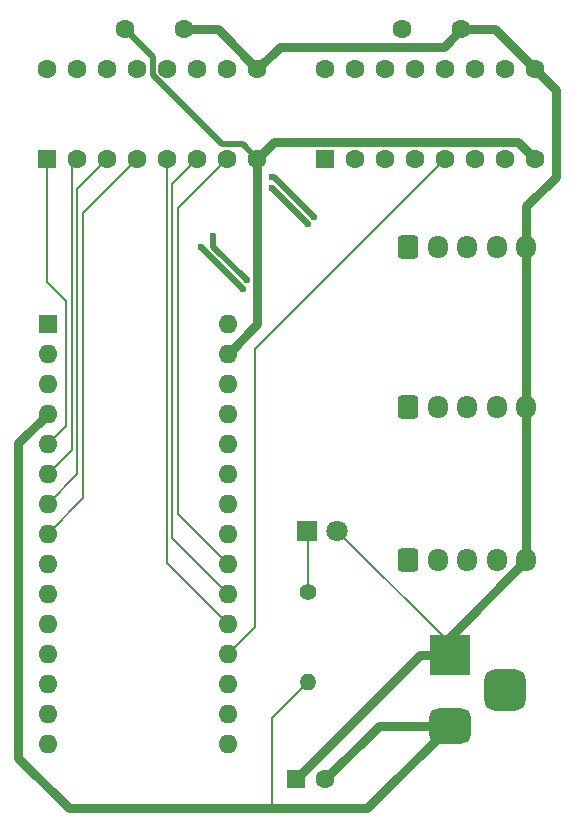
<source format=gbr>
%TF.GenerationSoftware,KiCad,Pcbnew,9.0.0*%
%TF.CreationDate,2025-06-11T13:28:55+03:00*%
%TF.ProjectId,motorControlBoard,6d6f746f-7243-46f6-9e74-726f6c426f61,rev?*%
%TF.SameCoordinates,Original*%
%TF.FileFunction,Copper,L1,Top*%
%TF.FilePolarity,Positive*%
%FSLAX46Y46*%
G04 Gerber Fmt 4.6, Leading zero omitted, Abs format (unit mm)*
G04 Created by KiCad (PCBNEW 9.0.0) date 2025-06-11 13:28:55*
%MOMM*%
%LPD*%
G01*
G04 APERTURE LIST*
G04 Aperture macros list*
%AMRoundRect*
0 Rectangle with rounded corners*
0 $1 Rounding radius*
0 $2 $3 $4 $5 $6 $7 $8 $9 X,Y pos of 4 corners*
0 Add a 4 corners polygon primitive as box body*
4,1,4,$2,$3,$4,$5,$6,$7,$8,$9,$2,$3,0*
0 Add four circle primitives for the rounded corners*
1,1,$1+$1,$2,$3*
1,1,$1+$1,$4,$5*
1,1,$1+$1,$6,$7*
1,1,$1+$1,$8,$9*
0 Add four rect primitives between the rounded corners*
20,1,$1+$1,$2,$3,$4,$5,0*
20,1,$1+$1,$4,$5,$6,$7,0*
20,1,$1+$1,$6,$7,$8,$9,0*
20,1,$1+$1,$8,$9,$2,$3,0*%
G04 Aperture macros list end*
%TA.AperFunction,ComponentPad*%
%ADD10R,1.800000X1.800000*%
%TD*%
%TA.AperFunction,ComponentPad*%
%ADD11C,1.800000*%
%TD*%
%TA.AperFunction,ComponentPad*%
%ADD12O,1.400000X1.400000*%
%TD*%
%TA.AperFunction,ComponentPad*%
%ADD13C,1.400000*%
%TD*%
%TA.AperFunction,ComponentPad*%
%ADD14R,1.600000X1.600000*%
%TD*%
%TA.AperFunction,ComponentPad*%
%ADD15O,1.600000X1.600000*%
%TD*%
%TA.AperFunction,ComponentPad*%
%ADD16RoundRect,0.250000X-0.600000X-0.725000X0.600000X-0.725000X0.600000X0.725000X-0.600000X0.725000X0*%
%TD*%
%TA.AperFunction,ComponentPad*%
%ADD17O,1.700000X1.950000*%
%TD*%
%TA.AperFunction,ComponentPad*%
%ADD18C,1.600000*%
%TD*%
%TA.AperFunction,ComponentPad*%
%ADD19R,3.500000X3.500000*%
%TD*%
%TA.AperFunction,ComponentPad*%
%ADD20RoundRect,0.750000X1.000000X-0.750000X1.000000X0.750000X-1.000000X0.750000X-1.000000X-0.750000X0*%
%TD*%
%TA.AperFunction,ComponentPad*%
%ADD21RoundRect,0.875000X0.875000X-0.875000X0.875000X0.875000X-0.875000X0.875000X-0.875000X-0.875000X0*%
%TD*%
%TA.AperFunction,ComponentPad*%
%ADD22RoundRect,0.250000X0.550000X-0.550000X0.550000X0.550000X-0.550000X0.550000X-0.550000X-0.550000X0*%
%TD*%
%TA.AperFunction,ViaPad*%
%ADD23C,0.600000*%
%TD*%
%TA.AperFunction,Conductor*%
%ADD24C,0.200000*%
%TD*%
%TA.AperFunction,Conductor*%
%ADD25C,0.800000*%
%TD*%
%TA.AperFunction,Conductor*%
%ADD26C,0.500000*%
%TD*%
G04 APERTURE END LIST*
D10*
%TO.P,D1,1,K*%
%TO.N,Net-(D1-K)*%
X133460000Y-66000000D03*
D11*
%TO.P,D1,2,A*%
%TO.N,Net-(A1-VIN)*%
X136000000Y-66000000D03*
%TD*%
D12*
%TO.P,R1,2*%
%TO.N,GND*%
X133500000Y-78810000D03*
D13*
%TO.P,R1,1*%
%TO.N,Net-(D1-K)*%
X133500000Y-71190000D03*
%TD*%
D14*
%TO.P,A1,1,D1/TX*%
%TO.N,unconnected-(A1-D1{slash}TX-Pad1)*%
X111500000Y-48450000D03*
D15*
%TO.P,A1,2,D0/RX*%
%TO.N,unconnected-(A1-D0{slash}RX-Pad2)*%
X111500000Y-50990000D03*
%TO.P,A1,3,~{RESET}*%
%TO.N,unconnected-(A1-~{RESET}-Pad3)*%
X111500000Y-53530000D03*
%TO.P,A1,4,GND*%
%TO.N,GND*%
X111500000Y-56070000D03*
%TO.P,A1,5,D2*%
%TO.N,Net-(A1-D2)*%
X111500000Y-58610000D03*
%TO.P,A1,6,D3*%
%TO.N,Net-(A1-D3)*%
X111500000Y-61150000D03*
%TO.P,A1,7,D4*%
%TO.N,Net-(A1-D4)*%
X111500000Y-63690000D03*
%TO.P,A1,8,D5*%
%TO.N,Net-(A1-D5)*%
X111500000Y-66230000D03*
%TO.P,A1,9,D6*%
%TO.N,unconnected-(A1-D6-Pad9)*%
X111500000Y-68770000D03*
%TO.P,A1,10,D7*%
%TO.N,unconnected-(A1-D7-Pad10)*%
X111500000Y-71310000D03*
%TO.P,A1,11,D8*%
%TO.N,Net-(A1-D8)*%
X111500000Y-73850000D03*
%TO.P,A1,12,D9*%
%TO.N,Net-(A1-D9)*%
X111500000Y-76390000D03*
%TO.P,A1,13,D10*%
%TO.N,Net-(A1-D10)*%
X111500000Y-78930000D03*
%TO.P,A1,14,D11*%
%TO.N,Net-(A1-D11)*%
X111500000Y-81470000D03*
%TO.P,A1,15,D12*%
%TO.N,unconnected-(A1-D12-Pad15)*%
X111500000Y-84010000D03*
%TO.P,A1,16,D13*%
%TO.N,unconnected-(A1-D13-Pad16)*%
X126740000Y-84010000D03*
%TO.P,A1,17,3V3*%
%TO.N,unconnected-(A1-3V3-Pad17)*%
X126740000Y-81470000D03*
%TO.P,A1,18,AREF*%
%TO.N,unconnected-(A1-AREF-Pad18)*%
X126740000Y-78930000D03*
%TO.P,A1,19,A0*%
%TO.N,Net-(A1-A0)*%
X126740000Y-76390000D03*
%TO.P,A1,20,A1*%
%TO.N,Net-(A1-A1)*%
X126740000Y-73850000D03*
%TO.P,A1,21,A2*%
%TO.N,Net-(A1-A2)*%
X126740000Y-71310000D03*
%TO.P,A1,22,A3*%
%TO.N,Net-(A1-A3)*%
X126740000Y-68770000D03*
%TO.P,A1,23,A4*%
%TO.N,unconnected-(A1-A4-Pad23)*%
X126740000Y-66230000D03*
%TO.P,A1,24,A5*%
%TO.N,unconnected-(A1-A5-Pad24)*%
X126740000Y-63690000D03*
%TO.P,A1,25,A6*%
%TO.N,unconnected-(A1-A6-Pad25)*%
X126740000Y-61150000D03*
%TO.P,A1,26,A7*%
%TO.N,unconnected-(A1-A7-Pad26)*%
X126740000Y-58610000D03*
%TO.P,A1,27,+5V*%
%TO.N,unconnected-(A1-+5V-Pad27)*%
X126740000Y-56070000D03*
%TO.P,A1,28,~{RESET}*%
%TO.N,unconnected-(A1-~{RESET}-Pad28)*%
X126740000Y-53530000D03*
%TO.P,A1,29,GND*%
%TO.N,GND*%
X126740000Y-50990000D03*
%TO.P,A1,30,VIN*%
%TO.N,Net-(A1-VIN)*%
X126740000Y-48450000D03*
%TD*%
D16*
%TO.P,J4,1,1*%
%TO.N,Net-(U1-O5)*%
X142000000Y-68500000D03*
D17*
%TO.P,J4,2,2*%
%TO.N,Net-(U1-O6)*%
X144500000Y-68500000D03*
%TO.P,J4,3,3*%
%TO.N,Net-(U1-O7)*%
X147000000Y-68500000D03*
%TO.P,J4,4,4*%
%TO.N,Net-(U2-O5)*%
X149500000Y-68500000D03*
%TO.P,J4,5,5*%
%TO.N,Net-(A1-VIN)*%
X152000000Y-68500000D03*
%TD*%
D16*
%TO.P,J2,1,1*%
%TO.N,Net-(U1-O1)*%
X142000000Y-55475000D03*
D17*
%TO.P,J2,2,2*%
%TO.N,Net-(U1-O2)*%
X144500000Y-55475000D03*
%TO.P,J2,3,3*%
%TO.N,Net-(U1-O3)*%
X147000000Y-55475000D03*
%TO.P,J2,4,4*%
%TO.N,Net-(U1-O4)*%
X149500000Y-55475000D03*
%TO.P,J2,5,5*%
%TO.N,Net-(A1-VIN)*%
X152000000Y-55475000D03*
%TD*%
D18*
%TO.P,C2,1*%
%TO.N,Net-(A1-VIN)*%
X146500000Y-23500000D03*
%TO.P,C2,2*%
%TO.N,GND*%
X141500000Y-23500000D03*
%TD*%
D16*
%TO.P,J3,1,1*%
%TO.N,Net-(U2-O1)*%
X142000000Y-41975000D03*
D17*
%TO.P,J3,2,2*%
%TO.N,Net-(U2-O2)*%
X144500000Y-41975000D03*
%TO.P,J3,3,3*%
%TO.N,Net-(U2-O3)*%
X147000000Y-41975000D03*
%TO.P,J3,4,4*%
%TO.N,Net-(U2-O4)*%
X149500000Y-41975000D03*
%TO.P,J3,5,5*%
%TO.N,Net-(A1-VIN)*%
X152000000Y-41975000D03*
%TD*%
D19*
%TO.P,J1,1*%
%TO.N,Net-(A1-VIN)*%
X145500000Y-76500000D03*
D20*
%TO.P,J1,2*%
%TO.N,GND*%
X145500000Y-82500000D03*
D21*
%TO.P,J1,3*%
%TO.N,N/C*%
X150200000Y-79500000D03*
%TD*%
D22*
%TO.P,U1,1,I1*%
%TO.N,Net-(A1-D2)*%
X111460000Y-34500000D03*
D18*
%TO.P,U1,2,I2*%
%TO.N,Net-(A1-D3)*%
X114000000Y-34500000D03*
%TO.P,U1,3,I3*%
%TO.N,Net-(A1-D4)*%
X116540000Y-34500000D03*
%TO.P,U1,4,I4*%
%TO.N,Net-(A1-D5)*%
X119080000Y-34500000D03*
%TO.P,U1,5,I5*%
%TO.N,Net-(A1-A1)*%
X121620000Y-34500000D03*
%TO.P,U1,6,I6*%
%TO.N,Net-(A1-A2)*%
X124160000Y-34500000D03*
%TO.P,U1,7,I7*%
%TO.N,Net-(A1-A3)*%
X126700000Y-34500000D03*
%TO.P,U1,8,GND*%
%TO.N,GND*%
X129240000Y-34500000D03*
%TO.P,U1,9,COM*%
%TO.N,Net-(A1-VIN)*%
X129240000Y-26880000D03*
%TO.P,U1,10,O7*%
%TO.N,Net-(U1-O7)*%
X126700000Y-26880000D03*
%TO.P,U1,11,O6*%
%TO.N,Net-(U1-O6)*%
X124160000Y-26880000D03*
%TO.P,U1,12,O5*%
%TO.N,Net-(U1-O5)*%
X121620000Y-26880000D03*
%TO.P,U1,13,O4*%
%TO.N,Net-(U1-O4)*%
X119080000Y-26880000D03*
%TO.P,U1,14,O3*%
%TO.N,Net-(U1-O3)*%
X116540000Y-26880000D03*
%TO.P,U1,15,O2*%
%TO.N,Net-(U1-O2)*%
X114000000Y-26880000D03*
%TO.P,U1,16,O1*%
%TO.N,Net-(U1-O1)*%
X111460000Y-26880000D03*
%TD*%
%TO.P,C1,1*%
%TO.N,Net-(A1-VIN)*%
X123000000Y-23500000D03*
%TO.P,C1,2*%
%TO.N,GND*%
X118000000Y-23500000D03*
%TD*%
D22*
%TO.P,U2,1,I1*%
%TO.N,Net-(A1-D8)*%
X134920000Y-34500000D03*
D18*
%TO.P,U2,2,I2*%
%TO.N,Net-(A1-D9)*%
X137460000Y-34500000D03*
%TO.P,U2,3,I3*%
%TO.N,Net-(A1-D10)*%
X140000000Y-34500000D03*
%TO.P,U2,4,I4*%
%TO.N,Net-(A1-D11)*%
X142540000Y-34500000D03*
%TO.P,U2,5,I5*%
%TO.N,Net-(A1-A0)*%
X145080000Y-34500000D03*
%TO.P,U2,6,I6*%
%TO.N,unconnected-(U2-I6-Pad6)*%
X147620000Y-34500000D03*
%TO.P,U2,7,I7*%
%TO.N,unconnected-(U2-I7-Pad7)*%
X150160000Y-34500000D03*
%TO.P,U2,8,GND*%
%TO.N,GND*%
X152700000Y-34500000D03*
%TO.P,U2,9,COM*%
%TO.N,Net-(A1-VIN)*%
X152700000Y-26880000D03*
%TO.P,U2,10,O7*%
%TO.N,unconnected-(U2-O7-Pad10)*%
X150160000Y-26880000D03*
%TO.P,U2,11,O6*%
%TO.N,unconnected-(U2-O6-Pad11)*%
X147620000Y-26880000D03*
%TO.P,U2,12,O5*%
%TO.N,Net-(U2-O5)*%
X145080000Y-26880000D03*
%TO.P,U2,13,O4*%
%TO.N,Net-(U2-O4)*%
X142540000Y-26880000D03*
%TO.P,U2,14,O3*%
%TO.N,Net-(U2-O3)*%
X140000000Y-26880000D03*
%TO.P,U2,15,O2*%
%TO.N,Net-(U2-O2)*%
X137460000Y-26880000D03*
%TO.P,U2,16,O1*%
%TO.N,Net-(U2-O1)*%
X134920000Y-26880000D03*
%TD*%
D14*
%TO.P,C4,1*%
%TO.N,Net-(A1-VIN)*%
X132500000Y-87000000D03*
D18*
%TO.P,C4,2*%
%TO.N,GND*%
X135000000Y-87000000D03*
%TD*%
D23*
%TO.N,Net-(U1-O1)*%
X124500000Y-42000000D03*
X128000000Y-45500000D03*
%TO.N,Net-(U1-O2)*%
X125500000Y-41000000D03*
X128340000Y-44775844D03*
%TO.N,Net-(U1-O3)*%
X130468635Y-36968635D03*
X133500000Y-40000000D03*
%TO.N,Net-(U1-O4)*%
X134065687Y-39434313D03*
X130500000Y-36000000D03*
%TD*%
D24*
%TO.N,Net-(A1-VIN)*%
X145500000Y-75500000D02*
X145500000Y-76500000D01*
X136000000Y-66000000D02*
X145500000Y-75500000D01*
%TO.N,Net-(D1-K)*%
X133500000Y-71190000D02*
X133500000Y-66040000D01*
X133500000Y-66040000D02*
X133460000Y-66000000D01*
D25*
%TO.N,GND*%
X130500000Y-89500000D02*
X113254343Y-89500000D01*
D24*
X130500000Y-81810000D02*
X130500000Y-89500000D01*
X133500000Y-78810000D02*
X130500000Y-81810000D01*
%TO.N,Net-(A1-D3)*%
X111500000Y-61150000D02*
X113500000Y-59150000D01*
X113500000Y-59150000D02*
X113500000Y-35000000D01*
X113500000Y-35000000D02*
X114000000Y-34500000D01*
%TO.N,Net-(A1-D5)*%
X111500000Y-66230000D02*
X114500000Y-63230000D01*
X114500000Y-63230000D02*
X114500000Y-39080000D01*
X114500000Y-39080000D02*
X119080000Y-34500000D01*
%TO.N,Net-(A1-D2)*%
X113000000Y-46500000D02*
X111460000Y-44960000D01*
X111460000Y-44960000D02*
X111460000Y-34500000D01*
X113000000Y-57110000D02*
X113000000Y-46500000D01*
X111500000Y-58610000D02*
X113000000Y-57110000D01*
D25*
%TO.N,Net-(A1-VIN)*%
X131120000Y-25000000D02*
X129240000Y-26880000D01*
X146500000Y-23500000D02*
X149320000Y-23500000D01*
X145000000Y-25000000D02*
X131120000Y-25000000D01*
X145500000Y-75000000D02*
X152000000Y-68500000D01*
X143000000Y-76500000D02*
X132500000Y-87000000D01*
X152000000Y-38500000D02*
X152000000Y-41975000D01*
X145500000Y-76500000D02*
X143000000Y-76500000D01*
X154500000Y-36000000D02*
X154500000Y-28680000D01*
X146500000Y-23500000D02*
X145000000Y-25000000D01*
X152000000Y-68500000D02*
X152000000Y-55475000D01*
X145500000Y-76500000D02*
X145500000Y-75000000D01*
X154500000Y-28680000D02*
X152700000Y-26880000D01*
X149320000Y-23500000D02*
X152700000Y-26880000D01*
X152000000Y-55475000D02*
X152000000Y-41975000D01*
X129240000Y-26880000D02*
X125860000Y-23500000D01*
X125860000Y-23500000D02*
X123000000Y-23500000D01*
X152000000Y-38500000D02*
X154500000Y-36000000D01*
D24*
%TO.N,Net-(A1-D4)*%
X114000000Y-61190000D02*
X114000000Y-37040000D01*
X114000000Y-37040000D02*
X116540000Y-34500000D01*
X111500000Y-63690000D02*
X114000000Y-61190000D01*
D26*
%TO.N,Net-(U1-O1)*%
X124500000Y-42000000D02*
X128000000Y-45500000D01*
%TO.N,Net-(U1-O2)*%
X125500000Y-41000000D02*
X125500000Y-41935844D01*
X125500000Y-41935844D02*
X128340000Y-44775844D01*
%TO.N,Net-(U1-O3)*%
X130468635Y-36968635D02*
X133500000Y-40000000D01*
%TO.N,Net-(U1-O4)*%
X130631374Y-36000000D02*
X134065687Y-39434313D01*
X130500000Y-36000000D02*
X130631374Y-36000000D01*
D24*
%TO.N,Net-(A1-A2)*%
X126740000Y-71310000D02*
X122021000Y-66591000D01*
X122021000Y-66591000D02*
X122021000Y-36639000D01*
X122021000Y-36639000D02*
X124160000Y-34500000D01*
%TO.N,Net-(A1-A1)*%
X126740000Y-73850000D02*
X121620000Y-68730000D01*
X121620000Y-68730000D02*
X121620000Y-34500000D01*
%TO.N,Net-(A1-A3)*%
X122500000Y-38700000D02*
X126700000Y-34500000D01*
X122500000Y-64530000D02*
X122500000Y-38700000D01*
X126740000Y-68770000D02*
X122500000Y-64530000D01*
%TO.N,Net-(A1-A0)*%
X126740000Y-76390000D02*
X129000000Y-74130000D01*
X129000000Y-50580000D02*
X145080000Y-34500000D01*
X129000000Y-74130000D02*
X129000000Y-50580000D01*
D25*
%TO.N,GND*%
X129240000Y-48490000D02*
X129240000Y-34500000D01*
D26*
X126219818Y-33249000D02*
X127989000Y-33249000D01*
X127989000Y-33249000D02*
X129240000Y-34500000D01*
X118000000Y-23500000D02*
X120369000Y-25869000D01*
D25*
X138500000Y-89500000D02*
X130500000Y-89500000D01*
X139500000Y-82500000D02*
X135000000Y-87000000D01*
X129240000Y-34500000D02*
X130641000Y-33099000D01*
X145500000Y-82500000D02*
X139500000Y-82500000D01*
X126740000Y-50990000D02*
X129240000Y-48490000D01*
X151299000Y-33099000D02*
X152700000Y-34500000D01*
X109000000Y-58570000D02*
X111500000Y-56070000D01*
X113254343Y-89500000D02*
X109000000Y-85245657D01*
X130641000Y-33099000D02*
X151299000Y-33099000D01*
X145500000Y-82500000D02*
X138500000Y-89500000D01*
D26*
X120369000Y-25869000D02*
X120369000Y-27398182D01*
D25*
X109000000Y-85245657D02*
X109000000Y-58570000D01*
D26*
X120369000Y-27398182D02*
X126219818Y-33249000D01*
%TD*%
M02*

</source>
